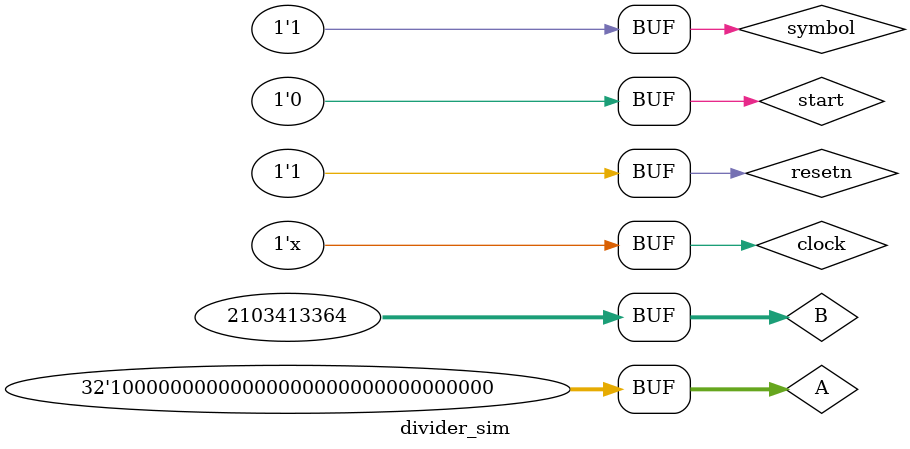
<source format=v>
`timescale 1ns / 1ps


module divider_sim(



       );
reg clock = 0;
reg resetn = 0;
wire [31:0] A = 32'h8000_0000;
wire [31:0] B = 32'h7d5f_8a74;
reg start = 0;
wire busy;
wire [31:0] q;
wire [31:0] r;
reg symbol;


divider uut(
            .clock(clock),
            .resetn(resetn),
            .a(A),
            .b(B),
            .start(start),
            .busy(busy),
            .symbol(symbol),
            .q(q),
            .r(r)
        );
initial begin
    #50 resetn = 1;
    #10 start = 1;symbol = 0;
    #50 start = 0;
    #1000 start = 1; symbol =1;
    #50 start = 0;
end

always #10 clock = ~clock;





endmodule

</source>
